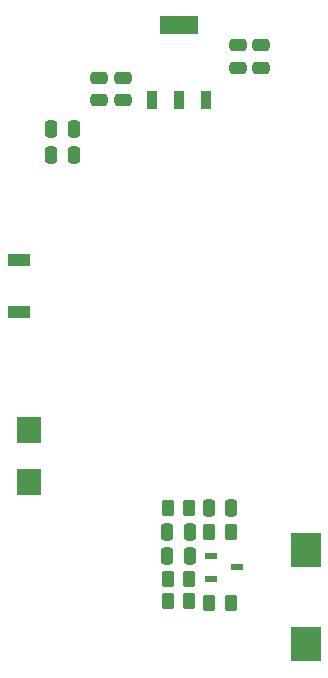
<source format=gbr>
%TF.GenerationSoftware,KiCad,Pcbnew,7.0.8*%
%TF.CreationDate,2023-10-18T12:59:10+02:00*%
%TF.ProjectId,AxxSolder,41787853-6f6c-4646-9572-2e6b69636164,rev?*%
%TF.SameCoordinates,Original*%
%TF.FileFunction,Paste,Top*%
%TF.FilePolarity,Positive*%
%FSLAX46Y46*%
G04 Gerber Fmt 4.6, Leading zero omitted, Abs format (unit mm)*
G04 Created by KiCad (PCBNEW 7.0.8) date 2023-10-18 12:59:10*
%MOMM*%
%LPD*%
G01*
G04 APERTURE LIST*
G04 Aperture macros list*
%AMRoundRect*
0 Rectangle with rounded corners*
0 $1 Rounding radius*
0 $2 $3 $4 $5 $6 $7 $8 $9 X,Y pos of 4 corners*
0 Add a 4 corners polygon primitive as box body*
4,1,4,$2,$3,$4,$5,$6,$7,$8,$9,$2,$3,0*
0 Add four circle primitives for the rounded corners*
1,1,$1+$1,$2,$3*
1,1,$1+$1,$4,$5*
1,1,$1+$1,$6,$7*
1,1,$1+$1,$8,$9*
0 Add four rect primitives between the rounded corners*
20,1,$1+$1,$2,$3,$4,$5,0*
20,1,$1+$1,$4,$5,$6,$7,0*
20,1,$1+$1,$6,$7,$8,$9,0*
20,1,$1+$1,$8,$9,$2,$3,0*%
G04 Aperture macros list end*
%ADD10RoundRect,0.250000X0.250000X0.475000X-0.250000X0.475000X-0.250000X-0.475000X0.250000X-0.475000X0*%
%ADD11RoundRect,0.250000X-0.250000X-0.475000X0.250000X-0.475000X0.250000X0.475000X-0.250000X0.475000X0*%
%ADD12RoundRect,0.250000X0.475000X-0.250000X0.475000X0.250000X-0.475000X0.250000X-0.475000X-0.250000X0*%
%ADD13RoundRect,0.250000X0.262500X0.450000X-0.262500X0.450000X-0.262500X-0.450000X0.262500X-0.450000X0*%
%ADD14R,1.050000X0.600000*%
%ADD15RoundRect,0.250000X-0.262500X-0.450000X0.262500X-0.450000X0.262500X0.450000X-0.262500X0.450000X0*%
%ADD16R,2.500000X3.000000*%
%ADD17RoundRect,0.250000X-0.475000X0.250000X-0.475000X-0.250000X0.475000X-0.250000X0.475000X0.250000X0*%
%ADD18R,1.930000X1.000000*%
%ADD19R,0.950000X1.650000*%
%ADD20R,3.250000X1.650000*%
%ADD21R,2.150000X2.200000*%
G04 APERTURE END LIST*
D10*
%TO.C,C9*%
X122450000Y-99500000D03*
X120550000Y-99500000D03*
%TD*%
D11*
%TO.C,C10*%
X117050000Y-103500000D03*
X118950000Y-103500000D03*
%TD*%
D12*
%TO.C,C13*%
X123000000Y-62200000D03*
X123000000Y-60300000D03*
%TD*%
D13*
%TO.C,R12*%
X118912500Y-99500000D03*
X117087500Y-99500000D03*
%TD*%
D12*
%TO.C,C6*%
X125000000Y-62200000D03*
X125000000Y-60300000D03*
%TD*%
D10*
%TO.C,C29*%
X109100000Y-67400000D03*
X107200000Y-67400000D03*
%TD*%
D14*
%TO.C,Q2*%
X120700000Y-103550000D03*
X120700000Y-105450000D03*
X122900000Y-104500000D03*
%TD*%
D13*
%TO.C,R16*%
X122412500Y-101500000D03*
X120587500Y-101500000D03*
%TD*%
D15*
%TO.C,R11*%
X117087500Y-107350000D03*
X118912500Y-107350000D03*
%TD*%
D16*
%TO.C,LS1*%
X128750000Y-103000000D03*
X128750000Y-111000000D03*
%TD*%
D15*
%TO.C,R17*%
X120587500Y-107500000D03*
X122412500Y-107500000D03*
%TD*%
D17*
%TO.C,C19*%
X111250000Y-63050000D03*
X111250000Y-64950000D03*
%TD*%
D18*
%TO.C,D7*%
X104500000Y-82900000D03*
X104500000Y-78500000D03*
%TD*%
D19*
%TO.C,PS1*%
X115700000Y-64900000D03*
X118000000Y-64900000D03*
X120300000Y-64900000D03*
D20*
X118000000Y-58600000D03*
%TD*%
D17*
%TO.C,C22*%
X113250000Y-63050000D03*
X113250000Y-64950000D03*
%TD*%
D21*
%TO.C,D9*%
X105300000Y-97300000D03*
X105300000Y-92900000D03*
%TD*%
D13*
%TO.C,R13*%
X118912500Y-105500000D03*
X117087500Y-105500000D03*
%TD*%
D11*
%TO.C,C8*%
X117050000Y-101500000D03*
X118950000Y-101500000D03*
%TD*%
D10*
%TO.C,C28*%
X109100000Y-69600000D03*
X107200000Y-69600000D03*
%TD*%
M02*

</source>
